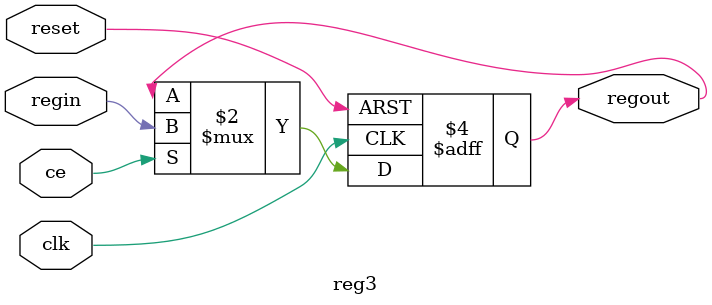
<source format=v>
`timescale 1ns / 1ps
module reg3( clk, reset, ce, regin, regout);
    input clk, reset, ce;
	 input  regin;
    output reg  regout;
	 
   always @(posedge clk or posedge reset)
		if (reset) begin
			regout <= 1'b0;
		end else if (ce) begin
			regout <= regin;
		end

endmodule

</source>
